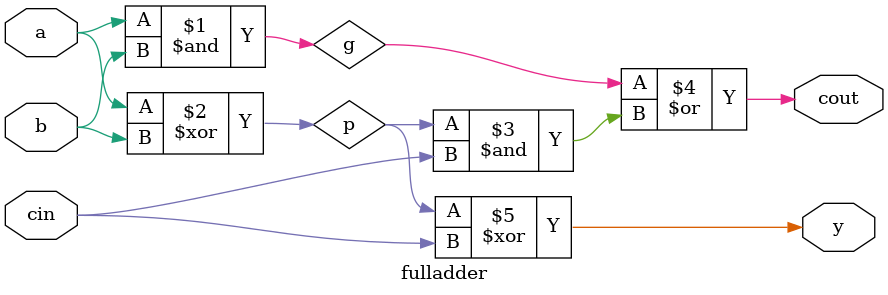
<source format=sv>
module fulladder (
	input logic a, b, cin,
	output logic y, cout
);

	logic p, g;

	assign g = a & b; 
	assign p = a ^ b;

	assign cout = g | p & cin;

	assign y = p ^ cin;
	
endmodule
</source>
